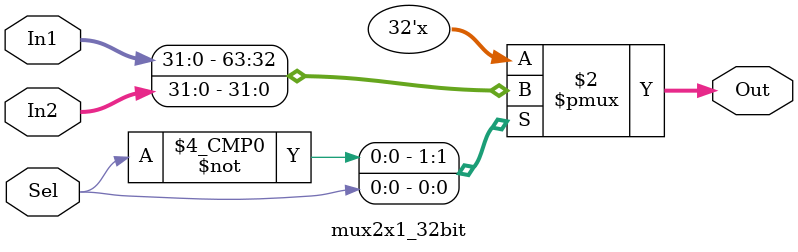
<source format=v>
module mux2x1_32bit(In1,In2,Sel,Out);
	
	input Sel;
	input [31:0] In1,In2;
	
	output reg [31:0] Out;
	
	always @(In1 or In2 or Sel)
	begin
	case (Sel)
	1'b0:Out=In1;
	1'b1:Out=In2;
	endcase
	end


endmodule

</source>
